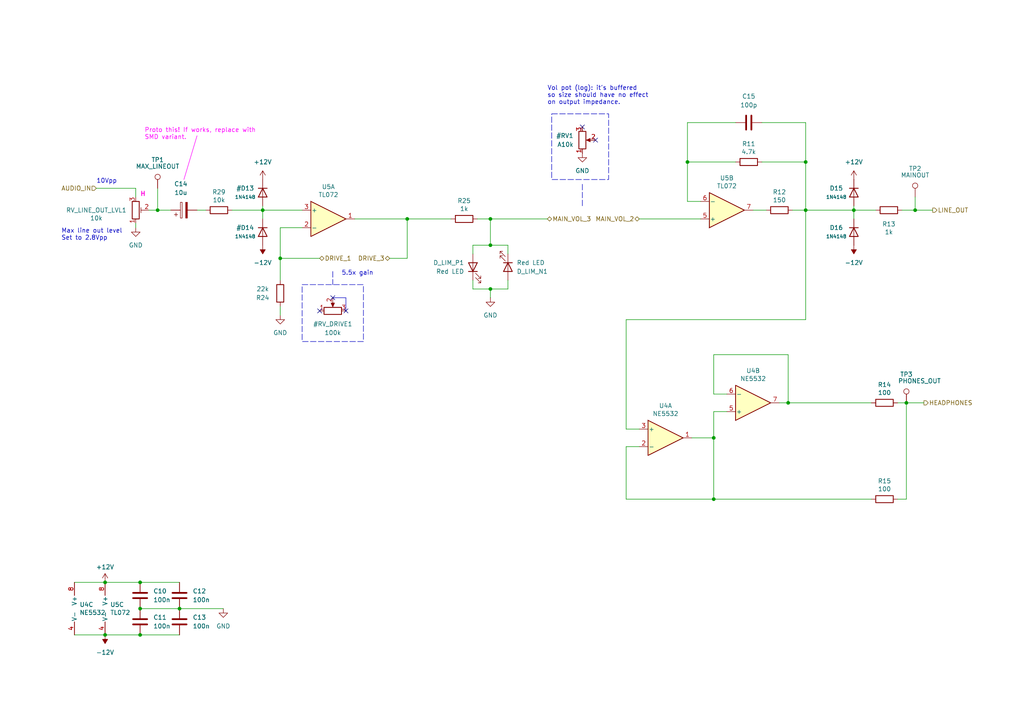
<source format=kicad_sch>
(kicad_sch (version 20250114) (generator "eeschema") (generator_version "9.0")
  (paper "A4")
  (lib_symbols
    (symbol "Amplifier_Operational:NE5532" (pin_names (offset 0.127))
      (property "Reference" "U" (at 0 5.08 0))
      (property "Value" "NE5532" (at 0 -5.08 0))
      (symbol "NE5532_1_1"
        (polyline (pts (xy -5.08 5.08) (xy 5.08 0) (xy -5.08 -5.08) (xy -5.08 5.08)) (stroke (width 0.254)) (fill (type background)))
        (pin input line (at -7.62 2.54 0) (length 2.54) (name "+") (number "3"))
        (pin input line (at -7.62 -2.54 0) (length 2.54) (name "-") (number "2"))
        (pin output line (at 7.62 0 180) (length 2.54) (name "~") (number "1"))
      )
      (symbol "NE5532_2_1"
        (polyline (pts (xy -5.08 5.08) (xy 5.08 0) (xy -5.08 -5.08) (xy -5.08 5.08)) (stroke (width 0.254)) (fill (type background)))
        (pin input line (at -7.62 2.54 0) (length 2.54) (name "+") (number "5"))
        (pin input line (at -7.62 -2.54 0) (length 2.54) (name "-") (number "6"))
        (pin output line (at 7.62 0 180) (length 2.54) (name "~") (number "7"))
      )
      (symbol "NE5532_3_1"
        (pin power_in line (at -2.54 7.62 270) (length 3.81) (name "V+") (number "8"))
        (pin power_in line (at -2.54 -7.62 90) (length 3.81) (name "V-") (number "4"))
      )
    )
    (symbol "Amplifier_Operational:TL072" (pin_names (offset 0.127))
      (property "Reference" "U" (at 0 5.08 0))
      (property "Value" "TL072" (at 0 -5.08 0))
      (symbol "TL072_1_1"
        (polyline (pts (xy -5.08 5.08) (xy 5.08 0) (xy -5.08 -5.08) (xy -5.08 5.08)) (stroke (width 0.254)) (fill (type background)))
        (pin input line (at -7.62 2.54 0) (length 2.54) (name "+") (number "3"))
        (pin input line (at -7.62 -2.54 0) (length 2.54) (name "-") (number "2"))
        (pin output line (at 7.62 0 180) (length 2.54) (name "~") (number "1"))
      )
      (symbol "TL072_2_1"
        (polyline (pts (xy -5.08 5.08) (xy 5.08 0) (xy -5.08 -5.08) (xy -5.08 5.08)) (stroke (width 0.254)) (fill (type background)))
        (pin input line (at -7.62 2.54 0) (length 2.54) (name "+") (number "5"))
        (pin input line (at -7.62 -2.54 0) (length 2.54) (name "-") (number "6"))
        (pin output line (at 7.62 0 180) (length 2.54) (name "~") (number "7"))
      )
      (symbol "TL072_3_1"
        (pin power_in line (at -2.54 7.62 270) (length 3.81) (name "V+") (number "8"))
        (pin power_in line (at -2.54 -7.62 90) (length 3.81) (name "V-") (number "4"))
      )
    )
    (symbol "Connector:TestPoint" (pin_numbers (hide yes)) (pin_names (offset 0.762) (hide yes))
      (property "Reference" "TP" (at 0 6.858 0))
      (property "Value" "TestPoint" (at 0 5.08 0))
      (symbol "TestPoint_0_1"
        (circle (center 0 3.302) (radius 0.762))
      )
      (symbol "TestPoint_1_1"
        (pin passive line (at 0 0 90) (length 2.54) (name "1") (number "1"))
      )
    )
    (symbol "Device:C" (pin_numbers (hide yes)) (pin_names (offset 0.254))
      (property "Reference" "C" (at 0.635 2.54 0))
      (property "Value" "C" (at 0.635 -2.54 0))
      (symbol "C_0_1"
        (polyline (pts (xy -2.032 0.762) (xy 2.032 0.762)) (stroke (width 0.508)))
        (polyline (pts (xy -2.032 -0.762) (xy 2.032 -0.762)) (stroke (width 0.508)))
      )
      (symbol "C_1_1"
        (pin passive line (at 0 3.81 270) (length 2.794) (name "~") (number "1"))
        (pin passive line (at 0 -3.81 90) (length 2.794) (name "~") (number "2"))
      )
    )
    (symbol "Device:C_Polarized" (pin_numbers (hide yes)) (pin_names (offset 0.254))
      (property "Reference" "C" (at 0.635 2.54 0))
      (property "Value" "C_Polarized" (at 0.635 -2.54 0))
      (symbol "C_Polarized_0_1"
        (rectangle (start -2.286 0.508) (end 2.286 1.016))
        (polyline (pts (xy -1.778 2.286) (xy -0.762 2.286)))
        (polyline (pts (xy -1.27 2.794) (xy -1.27 1.778)))
        (rectangle (start 2.286 -0.508) (end -2.286 -1.016) (fill (type outline)))
      )
      (symbol "C_Polarized_1_1"
        (pin passive line (at 0 3.81 270) (length 2.794) (name "~") (number "1"))
        (pin passive line (at 0 -3.81 90) (length 2.794) (name "~") (number "2"))
      )
    )
    (symbol "Device:D" (pin_numbers (hide yes)) (pin_names (offset 1.016) (hide yes))
      (property "Reference" "D" (at 0 2.54 0))
      (property "Value" "D" (at 0 -2.54 0))
      (symbol "D_0_1"
        (polyline (pts (xy -1.27 1.27) (xy -1.27 -1.27)) (stroke (width 0.254)))
        (polyline (pts (xy 1.27 1.27) (xy 1.27 -1.27) (xy -1.27 0) (xy 1.27 1.27)) (stroke (width 0.254)))
        (polyline (pts (xy 1.27 0) (xy -1.27 0)))
      )
      (symbol "D_1_1"
        (pin passive line (at -3.81 0 0) (length 2.54) (name "K") (number "1"))
        (pin passive line (at 3.81 0 180) (length 2.54) (name "A") (number "2"))
      )
    )
    (symbol "Device:R" (pin_numbers (hide yes)) (pin_names (offset 0))
      (property "Reference" "R" (at 2.032 0 90))
      (property "Value" "R" (at 0 0 90))
      (symbol "R_0_1"
        (rectangle (start -1.016 -2.54) (end 1.016 2.54) (stroke (width 0.254)))
      )
      (symbol "R_1_1"
        (pin passive line (at 0 3.81 270) (length 1.27) (name "~") (number "1"))
        (pin passive line (at 0 -3.81 90) (length 1.27) (name "~") (number "2"))
      )
    )
    (symbol "Device:R_Potentiometer" (pin_names (offset 1.016) (hide yes))
      (property "Reference" "RV" (at -4.445 0 90))
      (property "Value" "R_Potentiometer" (at -2.54 0 90))
      (symbol "R_Potentiometer_0_1"
        (rectangle (start 1.016 2.54) (end -1.016 -2.54) (stroke (width 0.254)))
        (polyline (pts (xy 1.143 0) (xy 2.286 0.508) (xy 2.286 -0.508) (xy 1.143 0)) (fill (type outline)))
        (polyline (pts (xy 2.54 0) (xy 1.524 0)))
      )
      (symbol "R_Potentiometer_1_1"
        (pin passive line (at 0 3.81 270) (length 1.27) (name "1") (number "1"))
        (pin passive line (at 0 -3.81 90) (length 1.27) (name "3") (number "3"))
        (pin passive line (at 3.81 0 180) (length 1.27) (name "2") (number "2"))
      )
    )
    (symbol "Device:R_Potentiometer_Trim" (pin_names (offset 1.016) (hide yes))
      (property "Reference" "RV" (at -4.445 0 90))
      (property "Value" "R_Potentiometer_Trim" (at -2.54 0 90))
      (symbol "R_Potentiometer_Trim_0_1"
        (rectangle (start 1.016 2.54) (end -1.016 -2.54) (stroke (width 0.254)))
        (polyline (pts (xy 1.524 0.762) (xy 1.524 -0.762)))
        (polyline (pts (xy 2.54 0) (xy 1.524 0)))
      )
      (symbol "R_Potentiometer_Trim_1_1"
        (pin passive line (at 0 3.81 270) (length 1.27) (name "1") (number "1"))
        (pin passive line (at 0 -3.81 90) (length 1.27) (name "3") (number "3"))
        (pin passive line (at 3.81 0 180) (length 1.27) (name "2") (number "2"))
      )
    )
    (symbol "LED_1" (pin_numbers (hide yes)) (pin_names (offset 1.016) (hide yes))
      (property "Reference" "D" (at 0 2.54 0))
      (property "Value" "LED" (at 0 -2.54 0))
      (symbol "LED_1_0_1"
        (polyline (pts (xy -3.048 -0.762) (xy -4.572 -2.286) (xy -3.81 -2.286) (xy -4.572 -2.286) (xy -4.572 -1.524)))
        (polyline (pts (xy -1.778 -0.762) (xy -3.302 -2.286) (xy -2.54 -2.286) (xy -3.302 -2.286) (xy -3.302 -1.524)))
        (polyline (pts (xy -1.27 0) (xy 1.27 0)))
        (polyline (pts (xy -1.27 -1.27) (xy -1.27 1.27)) (stroke (width 0.254)))
        (polyline (pts (xy 1.27 -1.27) (xy 1.27 1.27) (xy -1.27 0) (xy 1.27 -1.27)) (stroke (width 0.254)))
      )
      (symbol "LED_1_1_1"
        (pin passive line (at -3.81 0 0) (length 2.54) (name "K") (number "1"))
        (pin passive line (at 3.81 0 180) (length 2.54) (name "A") (number "2"))
      )
    )
    (symbol "power:+12V" (power) (pin_numbers (hide yes)) (pin_names (offset 0) (hide yes))
      (property "Value" "+12V" (at 0 3.556 0))
      (symbol "+12V_0_1"
        (polyline (pts (xy -0.762 1.27) (xy 0 2.54)))
        (polyline (pts (xy 0 2.54) (xy 0.762 1.27)))
        (polyline (pts (xy 0 0) (xy 0 2.54)))
      )
      (symbol "+12V_1_1"
        (pin power_in line (at 0 0 90) (length 0) (name "~") (number "1"))
      )
    )
    (symbol "power:-12V" (power) (pin_numbers (hide yes)) (pin_names (offset 0) (hide yes))
      (property "Value" "-12V" (at 0 3.556 0))
      (symbol "-12V_0_0"
        (pin power_in line (at 0 0 90) (length 0) (name "~") (number "1"))
      )
      (symbol "-12V_0_1"
        (polyline (pts (xy 0 0) (xy 0 1.27) (xy 0.762 1.27) (xy 0 2.54) (xy -0.762 1.27) (xy 0 1.27)) (fill (type outline)))
      )
    )
    (symbol "power:GND" (power) (pin_numbers (hide yes)) (pin_names (offset 0) (hide yes))
      (property "Value" "GND" (at 0 -3.81 0))
      (symbol "GND_0_1"
        (polyline (pts (xy 0 0) (xy 0 -1.27) (xy 1.27 -1.27) (xy 0 -2.54) (xy -1.27 -1.27) (xy 0 -1.27)))
      )
      (symbol "GND_1_1"
        (pin power_in line (at 0 0 270) (length 0) (name "~") (number "1"))
      )
    )
  )
  (rectangle (start 160.02 33.02) (end 176.53 52.07) (stroke (width 0) (type dash)))
  (rectangle (start 87.63 82.55) (end 105.41 99.06) (stroke (width 0) (type dash)))
  (text "Vol pot (log): it's buffered\nso size should have no effect\non output impedance." (at 158.75 30.48 0) (effects (font (size 1.27 1.27)) (justify left bottom)))
  (text "H" (at 40.64 57.15 0) (effects (font (size 1.27 1.27) (thickness 0.254) (bold yes)) (justify left bottom)))
  (text "5.5x gain" (at 99.06 80.01 0) (effects (font (size 1.27 1.27)) (justify left bottom)))
  (text "Proto this! If works, replace with\nSMD variant." (at 41.91 40.64 0) (effects (font (size 1.27 1.27)) (justify left bottom)))
  (text "Max line out level\nSet to 2.8Vpp" (at 17.78 69.85 0) (effects (font (size 1.27 1.27)) (justify left bottom)))
  (text "10Vpp" (at 27.94 53.34 0) (effects (font (size 1.27 1.27)) (justify left bottom)))
  (junction (at 76.2 60.96))
  (junction (at 247.65 60.96))
  (junction (at 233.68 60.96))
  (junction (at 142.24 83.82))
  (junction (at 40.64 176.53))
  (junction (at 233.68 46.99))
  (junction (at 207.01 144.78))
  (junction (at 30.48 184.15))
  (junction (at 199.39 46.99))
  (junction (at 262.89 116.84))
  (junction (at 81.28 74.93))
  (junction (at 30.48 168.91))
  (junction (at 40.64 184.15))
  (junction (at 142.24 63.5))
  (junction (at 265.43 60.96))
  (junction (at 52.07 176.53))
  (junction (at 228.6 116.84))
  (junction (at 118.11 63.5))
  (junction (at 207.01 127))
  (junction (at 40.64 168.91))
  (junction (at 45.72 60.96))
  (junction (at 142.24 71.12))
  (no_connect (at 168.91 36.83))
  (no_connect (at 96.52 86.36))
  (no_connect (at 172.72 40.64))
  (no_connect (at 100.33 90.17))
  (no_connect (at 92.71 90.17))
  (wire (pts (xy 102.87 63.5) (xy 118.11 63.5)))
  (wire (pts (xy 247.65 59.69) (xy 247.65 60.96)))
  (wire (pts (xy 260.35 116.84) (xy 262.89 116.84)))
  (wire (pts (xy 181.61 92.71) (xy 181.61 124.46)))
  (wire (pts (xy 30.48 168.91) (xy 21.59 168.91)))
  (wire (pts (xy 233.68 60.96) (xy 229.87 60.96)))
  (wire (pts (xy 233.68 92.71) (xy 181.61 92.71)))
  (wire (pts (xy 218.44 60.96) (xy 222.25 60.96)))
  (wire (pts (xy 147.32 71.12) (xy 147.32 73.66)))
  (wire (pts (xy 118.11 63.5) (xy 130.81 63.5)))
  (polyline (pts (xy 96.52 86.36) (xy 100.33 86.36)))
  (wire (pts (xy 118.11 63.5) (xy 118.11 74.93)))
  (wire (pts (xy 30.48 168.91) (xy 40.64 168.91)))
  (wire (pts (xy 137.16 83.82) (xy 142.24 83.82)))
  (wire (pts (xy 199.39 46.99) (xy 213.36 46.99)))
  (wire (pts (xy 185.42 129.54) (xy 181.61 129.54)))
  (wire (pts (xy 247.65 60.96) (xy 247.65 63.5)))
  (wire (pts (xy 43.18 60.96) (xy 45.72 60.96)))
  (wire (pts (xy 40.64 184.15) (xy 52.07 184.15)))
  (wire (pts (xy 207.01 102.87) (xy 228.6 102.87)))
  (wire (pts (xy 233.68 35.56) (xy 233.68 46.99)))
  (wire (pts (xy 142.24 63.5) (xy 142.24 71.12)))
  (wire (pts (xy 228.6 116.84) (xy 226.06 116.84)))
  (wire (pts (xy 199.39 58.42) (xy 203.2 58.42)))
  (wire (pts (xy 262.89 116.84) (xy 267.97 116.84)))
  (wire (pts (xy 213.36 35.56) (xy 199.39 35.56)))
  (wire (pts (xy 138.43 63.5) (xy 142.24 63.5)))
  (wire (pts (xy 220.98 35.56) (xy 233.68 35.56)))
  (wire (pts (xy 137.16 71.12) (xy 137.16 73.66)))
  (wire (pts (xy 210.82 119.38) (xy 207.01 119.38)))
  (wire (pts (xy 137.16 81.28) (xy 137.16 83.82)))
  (wire (pts (xy 39.37 57.15) (xy 39.37 54.61)))
  (wire (pts (xy 40.64 176.53) (xy 52.07 176.53)))
  (wire (pts (xy 142.24 86.36) (xy 142.24 83.82)))
  (wire (pts (xy 40.64 168.91) (xy 52.07 168.91)))
  (wire (pts (xy 261.62 60.96) (xy 265.43 60.96)))
  (wire (pts (xy 45.72 54.61) (xy 45.72 60.96)))
  (wire (pts (xy 87.63 66.04) (xy 81.28 66.04)))
  (wire (pts (xy 142.24 63.5) (xy 158.75 63.5)))
  (wire (pts (xy 228.6 116.84) (xy 252.73 116.84)))
  (wire (pts (xy 207.01 144.78) (xy 207.01 127)))
  (wire (pts (xy 181.61 144.78) (xy 207.01 144.78)))
  (wire (pts (xy 199.39 58.42) (xy 199.39 46.99)))
  (wire (pts (xy 207.01 119.38) (xy 207.01 127)))
  (polyline (pts (xy 100.33 86.36) (xy 100.33 90.17)))
  (wire (pts (xy 233.68 60.96) (xy 247.65 60.96)))
  (wire (pts (xy 233.68 46.99) (xy 233.68 60.96)))
  (wire (pts (xy 185.42 124.46) (xy 181.61 124.46)))
  (wire (pts (xy 52.07 176.53) (xy 64.77 176.53)))
  (wire (pts (xy 207.01 144.78) (xy 252.73 144.78)))
  (wire (pts (xy 210.82 114.3) (xy 207.01 114.3)))
  (polyline (pts (xy 168.91 59.69) (xy 168.91 53.34)) (stroke (width 0) (type dash)))
  (wire (pts (xy 265.43 57.15) (xy 265.43 60.96)))
  (wire (pts (xy 76.2 60.96) (xy 87.63 60.96)))
  (polyline (pts (xy 96.52 78.74) (xy 96.52 82.55)) (stroke (width 0) (type dash)))
  (wire (pts (xy 57.15 60.96) (xy 59.69 60.96)))
  (polyline (pts (xy 53.34 52.07) (xy 57.15 39.37)) (stroke (width 0) (type solid) (color 255 0 255 1)))
  (wire (pts (xy 81.28 74.93) (xy 81.28 81.28)))
  (wire (pts (xy 228.6 102.87) (xy 228.6 116.84)))
  (wire (pts (xy 27.94 54.61) (xy 39.37 54.61)))
  (wire (pts (xy 21.59 184.15) (xy 30.48 184.15)))
  (wire (pts (xy 220.98 46.99) (xy 233.68 46.99)))
  (wire (pts (xy 199.39 35.56) (xy 199.39 46.99)))
  (wire (pts (xy 76.2 60.96) (xy 76.2 63.5)))
  (wire (pts (xy 39.37 66.04) (xy 39.37 64.77)))
  (wire (pts (xy 247.65 60.96) (xy 254 60.96)))
  (wire (pts (xy 67.31 60.96) (xy 76.2 60.96)))
  (wire (pts (xy 76.2 59.69) (xy 76.2 60.96)))
  (wire (pts (xy 81.28 74.93) (xy 92.71 74.93)))
  (wire (pts (xy 147.32 71.12) (xy 142.24 71.12)))
  (wire (pts (xy 45.72 60.96) (xy 49.53 60.96)))
  (wire (pts (xy 260.35 144.78) (xy 262.89 144.78)))
  (wire (pts (xy 207.01 114.3) (xy 207.01 102.87)))
  (wire (pts (xy 142.24 83.82) (xy 147.32 83.82)))
  (wire (pts (xy 118.11 74.93) (xy 113.03 74.93)))
  (wire (pts (xy 30.48 184.15) (xy 40.64 184.15)))
  (wire (pts (xy 81.28 66.04) (xy 81.28 74.93)))
  (wire (pts (xy 262.89 116.84) (xy 262.89 144.78)))
  (wire (pts (xy 207.01 127) (xy 200.66 127)))
  (wire (pts (xy 147.32 83.82) (xy 147.32 81.28)))
  (wire (pts (xy 81.28 91.44) (xy 81.28 88.9)))
  (wire (pts (xy 181.61 129.54) (xy 181.61 144.78)))
  (wire (pts (xy 185.42 63.5) (xy 203.2 63.5)))
  (wire (pts (xy 233.68 60.96) (xy 233.68 92.71)))
  (wire (pts (xy 265.43 60.96) (xy 270.51 60.96)))
  (wire (pts (xy 142.24 71.12) (xy 137.16 71.12)))
  (hierarchical_label "MAIN_VOL_2" (shape bidirectional) (at 185.42 63.5 180))
  (hierarchical_label "HEADPHONES" (shape output) (at 267.97 116.84 0))
  (hierarchical_label "MAIN_VOL_3" (shape bidirectional) (at 158.75 63.5 0))
  (hierarchical_label "AUDIO_IN" (shape input) (at 27.94 54.61 180))
  (hierarchical_label "DRIVE_3" (shape bidirectional) (at 113.03 74.93 180))
  (hierarchical_label "DRIVE_1" (shape bidirectional) (at 92.71 74.93 0))
  (hierarchical_label "LINE_OUT" (shape output) (at 270.51 60.96 0))
  (symbol (lib_id "power:GND") (at 168.91 44.45 0) (unit 1)
    (property "Reference" "#PWR037" (effects (hide yes)))
    (property "Value" "GND" (at 168.91 49.53 0))
    (property "Description" "Power symbol creates a global label with name \"GND\" , ground" (effects (hide yes)))
  )
  (symbol (lib_id "Amplifier_Operational:NE5532") (at 218.44 116.84 0) (mirror x) (unit 2)
    (property "Reference" "U4" (at 218.44 107.5182 0))
    (property "Value" "NE5532" (at 218.44 109.8296 0))
    (property "Footprint" "Package_SO:SOIC-8_3.9x4.9mm_P1.27mm" (effects (hide yes)))
    (property "Datasheet" "http://www.ti.com/lit/ds/symlink/ne5532.pdf" (effects (hide yes)))
    (property "LCSC" "C7426" (effects (hide yes)))
    (property "Vendor" "JLCPCB" (effects (hide yes)))
    (property "CHECKED" "YES" (effects (hide yes)))
  )
  (symbol (lib_id "power:-12V") (at 30.48 184.15 180) (unit 1)
    (property "Reference" "#PWR023" (effects (hide yes)))
    (property "Value" "-12V" (at 30.48 189.23 0))
    (property "Description" "Power symbol creates a global label with name \"-12V\"" (effects (hide yes)))
  )
  (symbol (lib_id "Device:R") (at 217.17 46.99 270) (unit 1)
    (property "Reference" "R11" (at 217.17 41.7322 90))
    (property "Value" "4.7k" (at 217.17 44.0436 90))
    (property "Footprint" "Resistor_SMD:R_0603_1608Metric" (effects (hide yes)))
    (property "LCSC" "C23162" (effects (hide yes)))
    (property "Vendor" "JLCPCB" (effects (hide yes)))
    (property "CHECKED" "YES" (effects (hide yes)))
  )
  (symbol (lib_id "power:+12V") (at 30.48 168.91 0) (unit 1)
    (property "Reference" "#PWR022" (effects (hide yes)))
    (property "Value" "+12V" (at 30.48 164.465 0))
    (property "Description" "Power symbol creates a global label with name \"+12V\"" (effects (hide yes)))
  )
  (symbol (lib_id "Connector:TestPoint") (at 262.89 116.84 0) (unit 1) (in_bom no)
    (property "Reference" "TP3" (at 262.89 108.585 0))
    (property "Value" "PHONES_OUT" (at 266.7 110.49 0))
    (property "Footprint" "TestPoint:TestPoint_THTPad_2.0x2.0mm_Drill1.0mm" (effects (hide yes)))
    (property "CHECKED" "YES" (effects (hide yes)))
  )
  (symbol (lib_id "Device:R") (at 134.62 63.5 270) (unit 1)
    (property "Reference" "R25" (at 134.62 58.2422 90))
    (property "Value" "1k" (at 134.62 60.5536 90))
    (property "Footprint" "Resistor_SMD:R_0603_1608Metric" (effects (hide yes)))
    (property "LCSC" "C21190" (effects (hide yes)))
    (property "Vendor" "JLCPCB" (effects (hide yes)))
    (property "CHECKED" "YES" (effects (hide yes)))
  )
  (symbol (lib_id "Device:D") (at 247.65 67.31 90) (mirror x) (unit 1)
    (property "Reference" "D16" (at 242.57 66.04 90))
    (property "Value" "1N4148" (at 242.57 68.58 90) (effects (font (size 1 1))))
    (property "Footprint" "Diode_SMD:D_SOD-123" (effects (hide yes)))
    (property "LCSC" "C81598" (effects (hide yes)))
    (property "Sim.Device" "D" (effects (hide yes)))
    (property "Sim.Pins" "1=K 2=A" (effects (hide yes)))
    (property "Vendor" "JLCPCB" (effects (hide yes)))
    (property "CHECKED" "YES" (effects (hide yes)))
  )
  (symbol (lib_id "Device:C") (at 217.17 35.56 90) (unit 1)
    (property "Reference" "C15" (at 217.17 27.94 90))
    (property "Value" "100p" (at 217.17 30.48 90))
    (property "Footprint" "Capacitor_SMD:C_0603_1608Metric" (effects (hide yes)))
    (property "LCSC" "C14858" (effects (hide yes)))
    (property "Vendor" "JLCPCB" (effects (hide yes)))
    (property "CHECKED" "YES" (effects (hide yes)))
  )
  (symbol (lib_id "power:-12V") (at 76.2 71.12 180) (unit 1)
    (property "Reference" "#PWR050" (effects (hide yes)))
    (property "Value" "-12V" (at 76.2 76.2 0))
    (property "Description" "Power symbol creates a global label with name \"-12V\"" (effects (hide yes)))
  )
  (symbol (lib_id "power:+12V") (at 247.65 52.07 0) (unit 1)
    (property "Reference" "#PWR051" (effects (hide yes)))
    (property "Value" "+12V" (at 247.65 46.99 0))
    (property "Description" "Power symbol creates a global label with name \"+12V\"" (effects (hide yes)))
  )
  (symbol (lib_id "Amplifier_Operational:TL072") (at 33.02 176.53 0) (unit 3)
    (property "Reference" "U5" (at 31.9532 175.3616 0) (effects (justify left)))
    (property "Value" "TL072" (at 31.9532 177.673 0) (effects (justify left)))
    (property "Footprint" "Package_SO:SOIC-8_3.9x4.9mm_P1.27mm" (effects (hide yes)))
    (property "Datasheet" "http://www.ti.com/lit/ds/symlink/tl071.pdf" (effects (hide yes)))
    (property "LCSC" "C6961" (effects (hide yes)))
    (property "Vendor" "JLCPCB" (effects (hide yes)))
    (property "CHECKED" "YES" (effects (hide yes)))
  )
  (symbol (lib_id "Amplifier_Operational:NE5532") (at 24.13 176.53 0) (unit 3)
    (property "Reference" "U4" (at 23.0632 175.3616 0) (effects (justify left)))
    (property "Value" "NE5532" (at 23.0632 177.673 0) (effects (justify left)))
    (property "Footprint" "Package_SO:SOIC-8_3.9x4.9mm_P1.27mm" (effects (hide yes)))
    (property "Datasheet" "http://www.ti.com/lit/ds/symlink/ne5532.pdf" (effects (hide yes)))
    (property "LCSC" "C7426" (effects (hide yes)))
    (property "Vendor" "JLCPCB" (effects (hide yes)))
    (property "CHECKED" "YES" (effects (hide yes)))
  )
  (symbol (lib_id "power:GND") (at 81.28 91.44 0) (unit 1)
    (property "Reference" "#PWR026" (effects (hide yes)))
    (property "Value" "GND" (at 81.28 96.52 0))
    (property "Description" "Power symbol creates a global label with name \"GND\" , ground" (effects (hide yes)))
  )
  (symbol (lib_name "LED_1") (lib_id "Device:LED") (at 137.16 77.47 90) (unit 1)
    (property "Reference" "D_LIM_P1" (at 134.62 76.2 90) (effects (justify left)))
    (property "Value" "Red LED" (at 134.62 78.74 90) (effects (justify left)))
    (property "Footprint" "LED_THT:LED_D5.0mm" (effects (hide yes)))
    (property "Description" "Light emitting diode" (effects (hide yes)))
    (property "Sim.Pins" "1=K 2=A" (effects (hide yes)))
    (property "CHECKED" "YES" (effects (hide yes)))
  )
  (symbol (lib_id "Connector:TestPoint") (at 45.72 54.61 0) (unit 1) (in_bom no)
    (property "Reference" "TP1" (at 45.72 46.355 0))
    (property "Value" "MAX_LINEOUT" (at 45.72 48.26 0))
    (property "Footprint" "TestPoint:TestPoint_THTPad_D1.5mm_Drill0.7mm" (effects (hide yes)))
    (property "CHECKED" "YES" (effects (hide yes)))
  )
  (symbol (lib_id "power:GND") (at 64.77 176.53 0) (unit 1)
    (property "Reference" "#PWR025" (effects (hide yes)))
    (property "Value" "GND" (at 64.77 181.61 0))
    (property "Description" "Power symbol creates a global label with name \"GND\" , ground" (effects (hide yes)))
  )
  (symbol (lib_id "Device:R_Potentiometer_Trim") (at 39.37 60.96 0) (mirror x) (unit 1)
    (property "Reference" "RV_LINE_OUT_LVL1" (at 27.94 60.96 0))
    (property "Value" "10k" (at 27.94 63.2714 0))
    (property "Footprint" "Potentiometer_THT:Potentiometer_ACP_CA6-H2,5_Horizontal" (effects (hide yes)))
    (property "Part No." "531-PT6KH-10K " (effects (hide yes)))
    (property "Part URL" "https://mou.sr/4gcYhlU" (effects (hide yes)))
    (property "Vendor" "Mouser" (effects (hide yes)))
    (property "CHECKED" "YES" (effects (hide yes)))
  )
  (symbol (lib_id "Device:C") (at 52.07 180.34 0) (unit 1)
    (property "Reference" "C13" (at 55.88 179.07 0) (effects (justify left)))
    (property "Value" "100n" (at 55.88 181.61 0) (effects (justify left)))
    (property "Footprint" "Capacitor_SMD:C_0603_1608Metric" (effects (hide yes)))
    (property "LCSC" "C14663" (effects (hide yes)))
    (property "Vendor" "JLCPCB" (effects (hide yes)))
    (property "CHECKED" "YES" (effects (hide yes)))
  )
  (symbol (lib_id "power:+12V") (at 76.2 52.07 0) (unit 1)
    (property "Reference" "#PWR049" (effects (hide yes)))
    (property "Value" "+12V" (at 76.2 46.99 0))
    (property "Description" "Power symbol creates a global label with name \"+12V\"" (effects (hide yes)))
  )
  (symbol (lib_id "power:-12V") (at 247.65 71.12 180) (unit 1)
    (property "Reference" "#PWR052" (effects (hide yes)))
    (property "Value" "-12V" (at 247.65 76.2 0))
    (property "Description" "Power symbol creates a global label with name \"-12V\"" (effects (hide yes)))
  )
  (symbol (lib_id "power:GND") (at 142.24 86.36 0) (unit 1)
    (property "Reference" "#PWR028" (effects (hide yes)))
    (property "Value" "GND" (at 142.24 91.44 0))
    (property "Description" "Power symbol creates a global label with name \"GND\" , ground" (effects (hide yes)))
  )
  (symbol (lib_id "Device:R") (at 81.28 85.09 180) (unit 1)
    (property "Reference" "R24" (at 76.2 86.36 0))
    (property "Value" "22k" (at 76.2 83.82 0))
    (property "Footprint" "Resistor_SMD:R_0603_1608Metric" (effects (hide yes)))
    (property "LCSC" "C31850" (effects (hide yes)))
    (property "Vendor" "JLCPCB" (effects (hide yes)))
    (property "CHECKED" "YES" (effects (hide yes)))
  )
  (symbol (lib_id "Device:C") (at 52.07 172.72 0) (unit 1)
    (property "Reference" "C12" (at 55.88 171.45 0) (effects (justify left)))
    (property "Value" "100n" (at 55.88 173.99 0) (effects (justify left)))
    (property "Footprint" "Capacitor_SMD:C_0603_1608Metric" (effects (hide yes)))
    (property "LCSC" "C14663" (effects (hide yes)))
    (property "Vendor" "JLCPCB" (effects (hide yes)))
    (property "CHECKED" "YES" (effects (hide yes)))
  )
  (symbol (lib_id "Device:R_Potentiometer") (at 96.52 90.17 90) (unit 1)
    (property "Reference" "#RV_DRIVE1" (at 96.52 93.98 90))
    (property "Value" "100k" (at 96.52 96.52 90))
    (property "Description" "Potentiometer" (effects (hide yes)))
  )
  (symbol (lib_id "Device:R") (at 226.06 60.96 270) (unit 1)
    (property "Reference" "R12" (at 226.06 55.7022 90))
    (property "Value" "150" (at 226.06 58.0136 90))
    (property "Footprint" "Resistor_SMD:R_0603_1608Metric" (effects (hide yes)))
    (property "LCSC" "C22808" (effects (hide yes)))
    (property "Vendor" "JLCPCB" (effects (hide yes)))
    (property "CHECKED" "YES" (effects (hide yes)))
  )
  (symbol (lib_id "Amplifier_Operational:TL072") (at 210.82 60.96 0) (mirror x) (unit 2)
    (property "Reference" "U5" (at 210.82 51.6382 0))
    (property "Value" "TL072" (at 210.82 53.9496 0))
    (property "Footprint" "Package_SO:SOIC-8_3.9x4.9mm_P1.27mm" (effects (hide yes)))
    (property "Datasheet" "http://www.ti.com/lit/ds/symlink/tl071.pdf" (effects (hide yes)))
    (property "LCSC" "C6961" (effects (hide yes)))
    (property "Vendor" "JLCPCB" (effects (hide yes)))
    (property "CHECKED" "YES" (effects (hide yes)))
  )
  (symbol (lib_id "Device:D") (at 76.2 67.31 90) (mirror x) (unit 1)
    (property "Reference" "#D14" (at 71.12 66.04 90))
    (property "Value" "1N4148" (at 71.12 68.58 90) (effects (font (size 1 1))))
    (property "Footprint" "Diode_SMD:D_SOD-123" (effects (hide yes)))
    (property "LCSC" "C81598" (effects (hide yes)))
    (property "Sim.Device" "D" (effects (hide yes)))
    (property "Sim.Pins" "1=K 2=A" (effects (hide yes)))
    (property "Vendor" "JLCPCB" (effects (hide yes)))
  )
  (symbol (lib_id "Device:C") (at 40.64 180.34 0) (unit 1)
    (property "Reference" "C11" (at 44.45 179.07 0) (effects (justify left)))
    (property "Value" "100n" (at 44.45 181.61 0) (effects (justify left)))
    (property "Footprint" "Capacitor_SMD:C_0603_1608Metric" (effects (hide yes)))
    (property "LCSC" "C14663" (effects (hide yes)))
    (property "Vendor" "JLCPCB" (effects (hide yes)))
    (property "CHECKED" "YES" (effects (hide yes)))
  )
  (symbol (lib_id "Amplifier_Operational:NE5532") (at 193.04 127 0) (unit 1)
    (property "Reference" "U4" (at 193.04 117.6782 0))
    (property "Value" "NE5532" (at 193.04 119.9896 0))
    (property "Footprint" "Package_SO:SOIC-8_3.9x4.9mm_P1.27mm" (effects (hide yes)))
    (property "Datasheet" "http://www.ti.com/lit/ds/symlink/ne5532.pdf" (effects (hide yes)))
    (property "LCSC" "C7426" (effects (hide yes)))
    (property "Vendor" "JLCPCB" (effects (hide yes)))
    (property "CHECKED" "YES" (effects (hide yes)))
  )
  (symbol (lib_id "Device:R") (at 256.54 116.84 270) (unit 1)
    (property "Reference" "R14" (at 256.54 111.5822 90))
    (property "Value" "100" (at 256.54 113.8936 90))
    (property "Footprint" "Resistor_SMD:R_0603_1608Metric" (effects (hide yes)))
    (property "LCSC" "C22775" (effects (hide yes)))
    (property "Vendor" "JLCPCB" (effects (hide yes)))
    (property "CHECKED" "YES" (effects (hide yes)))
  )
  (symbol (lib_id "Device:R_Potentiometer") (at 168.91 40.64 0) (mirror x) (unit 1)
    (property "Reference" "#RV1" (at 166.37 39.3699 0) (effects (justify right)))
    (property "Value" "A10k" (at 166.37 41.9099 0) (effects (justify right)))
    (property "Description" "Potentiometer" (effects (hide yes)))
  )
  (symbol (lib_id "Device:R") (at 257.81 60.96 90) (unit 1)
    (property "Reference" "R13" (at 257.81 64.9986 90))
    (property "Value" "1k" (at 257.81 67.31 90))
    (property "Footprint" "Resistor_SMD:R_0603_1608Metric" (effects (hide yes)))
    (property "LCSC" "C21190" (effects (hide yes)))
    (property "Vendor" "JLCPCB" (effects (hide yes)))
    (property "CHECKED" "YES" (effects (hide yes)))
  )
  (symbol (lib_id "power:GND") (at 39.37 66.04 0) (unit 1)
    (property "Reference" "#PWR024" (effects (hide yes)))
    (property "Value" "GND" (at 39.37 71.12 0))
    (property "Description" "Power symbol creates a global label with name \"GND\" , ground" (effects (hide yes)))
  )
  (symbol (lib_id "Device:D") (at 76.2 55.88 90) (mirror x) (unit 1)
    (property "Reference" "#D13" (at 71.12 54.61 90))
    (property "Value" "1N4148" (at 71.12 57.15 90) (effects (font (size 1 1))))
    (property "Footprint" "Diode_SMD:D_SOD-123" (effects (hide yes)))
    (property "LCSC" "C81598" (effects (hide yes)))
    (property "Sim.Device" "D" (effects (hide yes)))
    (property "Sim.Pins" "1=K 2=A" (effects (hide yes)))
    (property "Vendor" "JLCPCB" (effects (hide yes)))
  )
  (symbol (lib_name "LED_1") (lib_id "Device:LED") (at 147.32 77.47 270) (unit 1)
    (property "Reference" "D_LIM_N1" (at 149.86 78.74 90) (effects (justify left)))
    (property "Value" "Red LED" (at 149.86 76.2 90) (effects (justify left)))
    (property "Footprint" "LED_THT:LED_D3.0mm" (effects (hide yes)))
    (property "Description" "Light emitting diode" (effects (hide yes)))
    (property "Sim.Pins" "1=K 2=A" (effects (hide yes)))
    (property "CHECKED" "YES" (effects (hide yes)))
  )
  (symbol (lib_id "Connector:TestPoint") (at 265.43 57.15 0) (unit 1) (in_bom no)
    (property "Reference" "TP2" (at 265.43 48.895 0))
    (property "Value" "MAINOUT" (at 265.43 50.8 0))
    (property "Footprint" "TestPoint:TestPoint_THTPad_2.0x2.0mm_Drill1.0mm" (effects (hide yes)))
    (property "CHECKED" "YES" (effects (hide yes)))
  )
  (symbol (lib_id "Device:D") (at 247.65 55.88 90) (mirror x) (unit 1)
    (property "Reference" "D15" (at 242.57 54.61 90))
    (property "Value" "1N4148" (at 242.57 57.15 90) (effects (font (size 1 1))))
    (property "Footprint" "Diode_SMD:D_SOD-123" (effects (hide yes)))
    (property "LCSC" "C81598" (effects (hide yes)))
    (property "Sim.Device" "D" (effects (hide yes)))
    (property "Sim.Pins" "1=K 2=A" (effects (hide yes)))
    (property "Vendor" "JLCPCB" (effects (hide yes)))
    (property "CHECKED" "YES" (effects (hide yes)))
  )
  (symbol (lib_id "Device:R") (at 256.54 144.78 270) (unit 1)
    (property "Reference" "R15" (at 256.54 139.5222 90))
    (property "Value" "100" (at 256.54 141.8336 90))
    (property "Footprint" "Resistor_SMD:R_0603_1608Metric" (effects (hide yes)))
    (property "LCSC" "C22775" (effects (hide yes)))
    (property "Vendor" "JLCPCB" (effects (hide yes)))
    (property "CHECKED" "YES" (effects (hide yes)))
  )
  (symbol (lib_id "Device:C") (at 40.64 172.72 0) (unit 1)
    (property "Reference" "C10" (at 44.45 171.45 0) (effects (justify left)))
    (property "Value" "100n" (at 44.45 173.99 0) (effects (justify left)))
    (property "Footprint" "Capacitor_SMD:C_0603_1608Metric" (effects (hide yes)))
    (property "LCSC" "C14663" (effects (hide yes)))
    (property "Vendor" "JLCPCB" (effects (hide yes)))
    (property "CHECKED" "YES" (effects (hide yes)))
  )
  (symbol (lib_id "Device:R") (at 63.5 60.96 270) (unit 1)
    (property "Reference" "R29" (at 63.5 55.7022 90))
    (property "Value" "10k" (at 63.5 58.0136 90))
    (property "Footprint" "Resistor_SMD:R_0603_1608Metric" (effects (hide yes)))
    (property "LCSC" "C25804" (effects (hide yes)))
    (property "Vendor" "JLCPCB" (effects (hide yes)))
    (property "CHECKED" "YES" (effects (hide yes)))
  )
  (symbol (lib_id "Device:C_Polarized") (at 53.34 60.96 90) (unit 1)
    (property "Reference" "C14" (at 52.451 53.34 90))
    (property "Value" "10u" (at 52.451 55.88 90))
    (property "Footprint" "Capacitor_SMD:CP_Elec_5x5.4" (effects (hide yes)))
    (property "Description" "Polarized capacitor" (effects (hide yes)))
    (property "Vendor" "JLCPCB" (effects (hide yes)))
    (property "LCSC" "C4747971" (effects (hide yes)))
    (property "CHECKED" "YES" (effects (hide yes)))
  )
  (symbol (lib_id "Amplifier_Operational:TL072") (at 95.25 63.5 0) (unit 1)
    (property "Reference" "U5" (at 95.25 54.1782 0))
    (property "Value" "TL072" (at 95.25 56.4896 0))
    (property "Footprint" "Package_SO:SOIC-8_3.9x4.9mm_P1.27mm" (effects (hide yes)))
    (property "Datasheet" "http://www.ti.com/lit/ds/symlink/tl071.pdf" (effects (hide yes)))
    (property "LCSC" "C6961" (effects (hide yes)))
    (property "Vendor" "JLCPCB" (effects (hide yes)))
    (property "CHECKED" "YES" (effects (hide yes)))
  )
)
</source>
